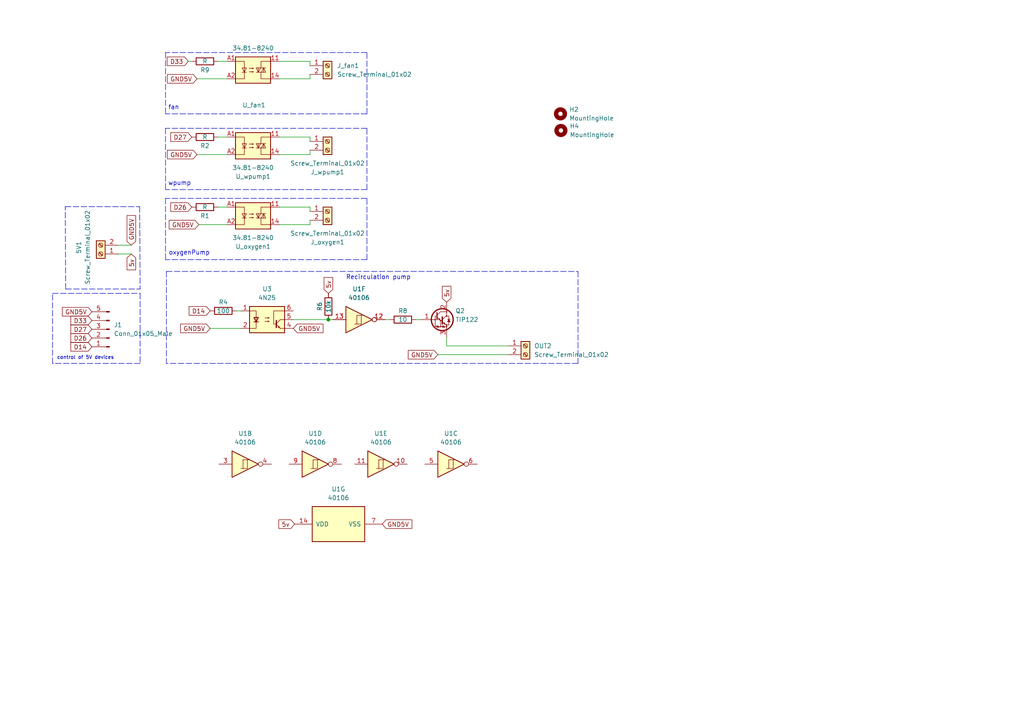
<source format=kicad_sch>
(kicad_sch (version 20211123) (generator eeschema)
  (paper "A4")
  (lib_symbols
    (symbol "4xxx:40106" (pin_names (offset 1.016))
      (property "Reference" "U" (at 0 1.27 0))
      (property "Value" "40106" (at 0 -1.27 0))
      (symbol "40106_1_0"
        (polyline (pts (xy -0.635 -1.27) (xy -0.635 1.27) (xy 0.635 1.27)))
        (polyline (pts (xy -3.81 3.81) (xy -3.81 -3.81) (xy 3.81 0) (xy -3.81 3.81)) (stroke (width 0.254)) (fill (type background)))
        (polyline (pts (xy -1.27 -1.27) (xy 0.635 -1.27) (xy 0.635 1.27) (xy 1.27 1.27)))
        (pin input line (at -7.62 0 0) (length 3.81) (name "~") (number "1"))
        (pin output inverted (at 7.62 0 180) (length 3.81) (name "~") (number "2"))
      )
      (symbol "40106_2_0"
        (polyline (pts (xy -0.635 -1.27) (xy -0.635 1.27) (xy 0.635 1.27)))
        (polyline (pts (xy -3.81 3.81) (xy -3.81 -3.81) (xy 3.81 0) (xy -3.81 3.81)) (stroke (width 0.254)) (fill (type background)))
        (polyline (pts (xy -1.27 -1.27) (xy 0.635 -1.27) (xy 0.635 1.27) (xy 1.27 1.27)))
        (pin input line (at -7.62 0 0) (length 3.81) (name "~") (number "3"))
        (pin output inverted (at 7.62 0 180) (length 3.81) (name "~") (number "4"))
      )
      (symbol "40106_3_0"
        (polyline (pts (xy -0.635 -1.27) (xy -0.635 1.27) (xy 0.635 1.27)))
        (polyline (pts (xy -3.81 3.81) (xy -3.81 -3.81) (xy 3.81 0) (xy -3.81 3.81)) (stroke (width 0.254)) (fill (type background)))
        (polyline (pts (xy -1.27 -1.27) (xy 0.635 -1.27) (xy 0.635 1.27) (xy 1.27 1.27)))
        (pin input line (at -7.62 0 0) (length 3.81) (name "~") (number "5"))
        (pin output inverted (at 7.62 0 180) (length 3.81) (name "~") (number "6"))
      )
      (symbol "40106_4_0"
        (polyline (pts (xy -0.635 -1.27) (xy -0.635 1.27) (xy 0.635 1.27)))
        (polyline (pts (xy -3.81 3.81) (xy -3.81 -3.81) (xy 3.81 0) (xy -3.81 3.81)) (stroke (width 0.254)) (fill (type background)))
        (polyline (pts (xy -1.27 -1.27) (xy 0.635 -1.27) (xy 0.635 1.27) (xy 1.27 1.27)))
        (pin output inverted (at 7.62 0 180) (length 3.81) (name "~") (number "8"))
        (pin input line (at -7.62 0 0) (length 3.81) (name "~") (number "9"))
      )
      (symbol "40106_5_0"
        (polyline (pts (xy -0.635 -1.27) (xy -0.635 1.27) (xy 0.635 1.27)))
        (polyline (pts (xy -3.81 3.81) (xy -3.81 -3.81) (xy 3.81 0) (xy -3.81 3.81)) (stroke (width 0.254)) (fill (type background)))
        (polyline (pts (xy -1.27 -1.27) (xy 0.635 -1.27) (xy 0.635 1.27) (xy 1.27 1.27)))
        (pin output inverted (at 7.62 0 180) (length 3.81) (name "~") (number "10"))
        (pin input line (at -7.62 0 0) (length 3.81) (name "~") (number "11"))
      )
      (symbol "40106_6_0"
        (polyline (pts (xy -0.635 -1.27) (xy -0.635 1.27) (xy 0.635 1.27)))
        (polyline (pts (xy -3.81 3.81) (xy -3.81 -3.81) (xy 3.81 0) (xy -3.81 3.81)) (stroke (width 0.254)) (fill (type background)))
        (polyline (pts (xy -1.27 -1.27) (xy 0.635 -1.27) (xy 0.635 1.27) (xy 1.27 1.27)))
        (pin output inverted (at 7.62 0 180) (length 3.81) (name "~") (number "12"))
        (pin input line (at -7.62 0 0) (length 3.81) (name "~") (number "13"))
      )
      (symbol "40106_7_0"
        (pin power_in line (at 0 12.7 270) (length 5.08) (name "VDD") (number "14"))
        (pin power_in line (at 0 -12.7 90) (length 5.08) (name "VSS") (number "7"))
      )
      (symbol "40106_7_1"
        (rectangle (start -5.08 7.62) (end 5.08 -7.62) (stroke (width 0.254)) (fill (type background)))
      )
    )
    (symbol "Connector:Conn_01x05_Male" (pin_names (offset 1.016) hide)
      (property "Reference" "J" (at 0 7.62 0))
      (property "Value" "Conn_01x05_Male" (at 0 -7.62 0))
      (symbol "Conn_01x05_Male_1_1"
        (polyline (pts (xy 1.27 -5.08) (xy 0.8636 -5.08)) (stroke (width 0.1524)))
        (polyline (pts (xy 1.27 -2.54) (xy 0.8636 -2.54)) (stroke (width 0.1524)))
        (polyline (pts (xy 1.27 0) (xy 0.8636 0)) (stroke (width 0.1524)))
        (polyline (pts (xy 1.27 2.54) (xy 0.8636 2.54)) (stroke (width 0.1524)))
        (polyline (pts (xy 1.27 5.08) (xy 0.8636 5.08)) (stroke (width 0.1524)))
        (rectangle (start 0.8636 -4.953) (end 0 -5.207) (stroke (width 0.1524)) (fill (type outline)))
        (rectangle (start 0.8636 -2.413) (end 0 -2.667) (stroke (width 0.1524)) (fill (type outline)))
        (rectangle (start 0.8636 0.127) (end 0 -0.127) (stroke (width 0.1524)) (fill (type outline)))
        (rectangle (start 0.8636 2.667) (end 0 2.413) (stroke (width 0.1524)) (fill (type outline)))
        (rectangle (start 0.8636 5.207) (end 0 4.953) (stroke (width 0.1524)) (fill (type outline)))
        (pin passive line (at 5.08 5.08 180) (length 3.81) (name "Pin_1") (number "1"))
        (pin passive line (at 5.08 2.54 180) (length 3.81) (name "Pin_2") (number "2"))
        (pin passive line (at 5.08 0 180) (length 3.81) (name "Pin_3") (number "3"))
        (pin passive line (at 5.08 -2.54 180) (length 3.81) (name "Pin_4") (number "4"))
        (pin passive line (at 5.08 -5.08 180) (length 3.81) (name "Pin_5") (number "5"))
      )
    )
    (symbol "Connector:Screw_Terminal_01x02" (pin_names (offset 1.016) hide)
      (property "Reference" "J" (at 0 2.54 0))
      (property "Value" "Screw_Terminal_01x02" (at 0 -5.08 0))
      (symbol "Screw_Terminal_01x02_1_1"
        (rectangle (start -1.27 1.27) (end 1.27 -3.81) (stroke (width 0.254)) (fill (type background)))
        (circle (center 0 -2.54) (radius 0.635) (stroke (width 0.1524)))
        (polyline (pts (xy -0.5334 -2.2098) (xy 0.3302 -3.048)) (stroke (width 0.1524)))
        (polyline (pts (xy -0.5334 0.3302) (xy 0.3302 -0.508)) (stroke (width 0.1524)))
        (polyline (pts (xy -0.3556 -2.032) (xy 0.508 -2.8702)) (stroke (width 0.1524)))
        (polyline (pts (xy -0.3556 0.508) (xy 0.508 -0.3302)) (stroke (width 0.1524)))
        (circle (center 0 0) (radius 0.635) (stroke (width 0.1524)))
        (pin passive line (at -5.08 0 0) (length 3.81) (name "Pin_1") (number "1"))
        (pin passive line (at -5.08 -2.54 0) (length 3.81) (name "Pin_2") (number "2"))
      )
    )
    (symbol "Device:R" (pin_numbers hide) (pin_names (offset 0))
      (property "Reference" "R" (at 2.032 0 90))
      (property "Value" "R" (at 0 0 90))
      (symbol "R_0_1"
        (rectangle (start -1.016 -2.54) (end 1.016 2.54) (stroke (width 0.254)))
      )
      (symbol "R_1_1"
        (pin passive line (at 0 3.81 270) (length 1.27) (name "~") (number "1"))
        (pin passive line (at 0 -3.81 90) (length 1.27) (name "~") (number "2"))
      )
    )
    (symbol "Isolator:4N25" (pin_names (offset 1.016))
      (property "Reference" "U" (at -5.08 5.08 0))
      (property "Value" "4N25" (at 0 5.08 0))
      (symbol "4N25_0_1"
        (rectangle (start -5.08 3.81) (end 5.08 -3.81) (stroke (width 0.254)) (fill (type background)))
        (polyline (pts (xy -3.81 -0.635) (xy -2.54 -0.635)) (stroke (width 0.254)))
        (polyline (pts (xy 2.667 -1.397) (xy 3.81 -2.54)))
        (polyline (pts (xy 2.667 -1.143) (xy 3.81 0)))
        (polyline (pts (xy 3.81 -2.54) (xy 5.08 -2.54)))
        (polyline (pts (xy 3.81 0) (xy 5.08 0)))
        (polyline (pts (xy 2.667 -0.254) (xy 2.667 -2.286) (xy 2.667 -2.286)) (stroke (width 0.3556)))
        (polyline (pts (xy -5.08 -2.54) (xy -3.175 -2.54) (xy -3.175 2.54) (xy -5.08 2.54)))
        (polyline (pts (xy -3.175 -0.635) (xy -3.81 0.635) (xy -2.54 0.635) (xy -3.175 -0.635)) (stroke (width 0.254)))
        (polyline (pts (xy 3.683 -2.413) (xy 3.429 -1.905) (xy 3.175 -2.159) (xy 3.683 -2.413)))
        (polyline (pts (xy 5.08 2.54) (xy 1.905 2.54) (xy 1.905 -1.27) (xy 2.54 -1.27)))
        (polyline (pts (xy -0.635 -0.508) (xy 0.635 -0.508) (xy 0.254 -0.635) (xy 0.254 -0.381) (xy 0.635 -0.508)))
        (polyline (pts (xy -0.635 0.508) (xy 0.635 0.508) (xy 0.254 0.381) (xy 0.254 0.635) (xy 0.635 0.508)))
      )
      (symbol "4N25_1_1"
        (pin passive line (at -7.62 2.54 0) (length 2.54) (name "~") (number "1"))
        (pin passive line (at -7.62 -2.54 0) (length 2.54) (name "~") (number "2"))
        (pin no_connect line (at -5.08 0 0) (length 2.54) hide (name "NC") (number "3"))
        (pin passive line (at 7.62 -2.54 180) (length 2.54) (name "~") (number "4"))
        (pin passive line (at 7.62 0 180) (length 2.54) (name "~") (number "5"))
        (pin passive line (at 7.62 2.54 180) (length 2.54) (name "~") (number "6"))
      )
    )
    (symbol "Mechanical:MountingHole" (pin_names (offset 1.016))
      (property "Reference" "H" (at 0 5.08 0))
      (property "Value" "MountingHole" (at 0 3.175 0))
      (symbol "MountingHole_0_1"
        (circle (center 0 0) (radius 1.27) (stroke (width 1.27)))
      )
    )
    (symbol "Relay_SolidState:34.81-8240"
      (property "Reference" "U" (at -5.08 5.08 0))
      (property "Value" "34.81-8240" (at 0 5.08 0))
      (symbol "34.81-8240_0_1"
        (rectangle (start -5.08 3.81) (end 5.08 -3.81) (stroke (width 0.254)) (fill (type background)))
        (polyline (pts (xy -3.175 -0.635) (xy -1.905 -0.635)))
        (polyline (pts (xy 1.524 -0.635) (xy 1.524 0.635)))
        (polyline (pts (xy 3.048 0.635) (xy 3.048 -0.635)))
        (polyline (pts (xy 2.286 -0.635) (xy 2.286 -2.54) (xy 5.08 -2.54)))
        (polyline (pts (xy 2.286 0.635) (xy 2.286 2.54) (xy 5.08 2.54)))
        (polyline (pts (xy -5.08 2.54) (xy -2.54 2.54) (xy -2.54 -2.54) (xy -5.08 -2.54)))
        (polyline (pts (xy -2.54 -0.635) (xy -3.175 0.635) (xy -1.905 0.635) (xy -2.54 -0.635)))
        (polyline (pts (xy 0.889 -0.635) (xy 3.683 -0.635) (xy 3.048 0.635) (xy 2.413 -0.635)))
        (polyline (pts (xy 3.683 0.635) (xy 0.889 0.635) (xy 1.524 -0.635) (xy 2.159 0.635)))
        (polyline (pts (xy -1.143 -0.508) (xy 0.127 -0.508) (xy -0.254 -0.635) (xy -0.254 -0.381) (xy 0.127 -0.508)))
        (polyline (pts (xy -1.143 0.508) (xy 0.127 0.508) (xy -0.254 0.381) (xy -0.254 0.635) (xy 0.127 0.508)))
      )
      (symbol "34.81-8240_1_1"
        (pin passive line (at 7.62 2.54 180) (length 2.54) (name "~") (number "11"))
        (pin passive line (at 7.62 -2.54 180) (length 2.54) (name "~") (number "14"))
        (pin passive line (at -7.62 2.54 0) (length 2.54) (name "~") (number "A1"))
        (pin passive line (at -7.62 -2.54 0) (length 2.54) (name "~") (number "A2"))
      )
    )
    (symbol "Transistor_BJT:TIP122" (pin_names (offset 0) hide)
      (property "Reference" "Q" (at 5.08 1.905 0))
      (property "Value" "TIP122" (at 5.08 0 0))
      (symbol "TIP122_0_1"
        (circle (center -0.762 0) (radius 0.127))
        (polyline (pts (xy -1.27 0) (xy -0.889 0)))
        (polyline (pts (xy 2.54 -2.032) (xy 2.54 -2.54)))
        (polyline (pts (xy 2.54 -1.524) (xy 3.175 -1.524)))
        (polyline (pts (xy 2.794 0.127) (xy 3.556 0.127)))
        (polyline (pts (xy 3.175 -0.635) (xy 3.175 -1.524)))
        (polyline (pts (xy 3.175 1.016) (xy 2.54 1.016)))
        (polyline (pts (xy 3.175 1.016) (xy 3.175 0.127)))
        (polyline (pts (xy -0.254 0.762) (xy 0.762 -0.254) (xy 1.27 -0.254)))
        (polyline (pts (xy -0.254 1.016) (xy -0.762 1.016) (xy -0.762 -2.032)))
        (polyline (pts (xy -0.254 1.27) (xy 0.762 2.286) (xy 2.54 2.286)))
        (polyline (pts (xy -0.254 2.032) (xy -0.254 0) (xy -0.254 0)) (stroke (width 0.3048)))
        (polyline (pts (xy 1.27 0.762) (xy 1.27 -1.27) (xy 1.27 -1.27)) (stroke (width 0.381)))
        (polyline (pts (xy 0.635 -0.127) (xy 0.381 0.381) (xy 0.127 0.127) (xy 0.635 -0.127)))
        (polyline (pts (xy 1.27 -0.508) (xy 2.286 -1.524) (xy 2.54 -1.524) (xy 2.54 -2.032)))
        (polyline (pts (xy 1.27 0) (xy 2.286 1.016) (xy 2.54 1.016) (xy 2.54 2.286)))
        (polyline (pts (xy 2.159 -1.397) (xy 1.905 -0.889) (xy 1.651 -1.143) (xy 2.159 -1.397)))
        (polyline (pts (xy 3.175 0.127) (xy 2.794 -0.635) (xy 3.556 -0.635) (xy 3.175 0.127)) (fill (type outline)))
        (polyline (pts (xy 0.762 -2.032) (xy 0.381 -2.032) (xy 0.254 -2.286) (xy 0.127 -1.778) (xy 0 -2.286) (xy -0.127 -1.778) (xy -0.254 -2.286) (xy -0.381 -1.778) (xy -0.508 -2.032) (xy -0.762 -2.032)))
        (polyline (pts (xy 0.762 -0.254) (xy 0.762 -2.032) (xy 1.143 -2.032) (xy 1.27 -1.778) (xy 1.397 -2.286) (xy 1.524 -1.778) (xy 1.651 -2.286) (xy 1.778 -1.778) (xy 1.905 -2.286) (xy 2.032 -2.032) (xy 2.54 -2.032)))
        (circle (center 0.762 -2.032) (radius 0.127))
        (circle (center 0.762 -0.254) (radius 0.127))
        (circle (center 1.27 0) (radius 3.175) (stroke (width 0.3556)))
        (circle (center 2.54 -2.032) (radius 0.127))
        (circle (center 2.54 -1.524) (radius 0.127))
        (circle (center 2.54 1.016) (radius 0.127))
        (circle (center 2.54 2.286) (radius 0.127))
      )
      (symbol "TIP122_1_1"
        (pin input line (at -5.08 0 0) (length 3.81) (name "B") (number "1"))
        (pin passive line (at 2.54 5.08 270) (length 2.667) (name "C") (number "2"))
        (pin passive line (at 2.54 -5.08 90) (length 2.54) (name "E") (number "3"))
      )
    )
  )
  (junction (at 95.25 92.71))
  (wire (pts (xy 38.1 71.12) (xy 34.29 71.12)))
  (wire (pts (xy 38.1 73.66) (xy 34.29 73.66)))
  (wire (pts (xy 54.61 17.78) (xy 55.626 17.78)))
  (wire (pts (xy 81.026 60.071) (xy 89.916 60.071)))
  (polyline (pts (xy 106.426 15.24) (xy 48.006 15.24)))
  (wire (pts (xy 65.786 60.071) (xy 63.246 60.071)))
  (wire (pts (xy 81.026 22.86) (xy 89.916 22.86)))
  (wire (pts (xy 57.15 22.86) (xy 65.786 22.86)))
  (wire (pts (xy 129.54 100.33) (xy 147.32 100.33)))
  (polyline (pts (xy 106.426 33.02) (xy 48.006 33.02)))
  (polyline (pts (xy 106.426 75.311) (xy 106.426 57.531)))
  (wire (pts (xy 111.76 92.71) (xy 113.03 92.71)))
  (polyline (pts (xy 167.64 78.74) (xy 167.64 105.41)))
  (polyline (pts (xy 106.426 57.531) (xy 48.006 57.531)))
  (polyline (pts (xy 40.513 59.944) (xy 40.64 83.82)))
  (polyline (pts (xy 106.426 37.211) (xy 48.006 37.211)))
  (wire (pts (xy 95.25 92.71) (xy 96.52 92.71)))
  (wire (pts (xy 89.916 17.78) (xy 89.916 19.05)))
  (wire (pts (xy 81.026 65.151) (xy 89.916 65.151)))
  (wire (pts (xy 81.026 17.78) (xy 89.916 17.78)))
  (polyline (pts (xy 48.006 57.531) (xy 48.006 75.311)))
  (wire (pts (xy 89.916 22.86) (xy 89.916 21.59)))
  (polyline (pts (xy 18.923 59.944) (xy 40.513 59.944)))
  (polyline (pts (xy 19.05 83.82) (xy 40.64 83.82)))
  (polyline (pts (xy 48.26 78.74) (xy 48.26 105.41)))
  (wire (pts (xy 68.58 90.17) (xy 69.85 90.17)))
  (polyline (pts (xy 15.24 85.09) (xy 40.64 85.09)))
  (polyline (pts (xy 40.64 85.09) (xy 40.64 105.41)))
  (polyline (pts (xy 106.426 75.311) (xy 48.006 75.311)))
  (wire (pts (xy 120.65 92.71) (xy 121.92 92.71)))
  (wire (pts (xy 89.916 65.151) (xy 89.916 63.881)))
  (wire (pts (xy 89.916 39.751) (xy 89.916 41.021)))
  (wire (pts (xy 60.96 95.25) (xy 69.85 95.25)))
  (polyline (pts (xy 40.64 105.41) (xy 15.24 105.41)))
  (wire (pts (xy 57.15 44.831) (xy 65.786 44.831)))
  (polyline (pts (xy 48.26 78.74) (xy 167.64 78.74)))
  (polyline (pts (xy 167.64 105.41) (xy 48.26 105.41)))
  (wire (pts (xy 127 102.87) (xy 147.32 102.87)))
  (wire (pts (xy 85.09 92.71) (xy 95.25 92.71)))
  (wire (pts (xy 129.54 97.79) (xy 129.54 100.33)))
  (polyline (pts (xy 48.006 37.211) (xy 48.006 54.991)))
  (polyline (pts (xy 19.05 83.82) (xy 18.923 59.944)))
  (wire (pts (xy 81.026 44.831) (xy 89.916 44.831)))
  (polyline (pts (xy 106.426 33.02) (xy 106.426 15.24)))
  (polyline (pts (xy 48.006 15.24) (xy 48.006 33.02)))
  (polyline (pts (xy 106.426 54.991) (xy 106.426 37.211)))
  (wire (pts (xy 89.916 44.831) (xy 89.916 43.561)))
  (wire (pts (xy 65.786 39.751) (xy 63.246 39.751)))
  (polyline (pts (xy 106.426 54.991) (xy 48.006 54.991)))
  (polyline (pts (xy 15.24 105.41) (xy 15.24 85.09)))
  (wire (pts (xy 57.658 65.151) (xy 65.786 65.151)))
  (wire (pts (xy 81.026 39.751) (xy 89.916 39.751)))
  (wire (pts (xy 65.786 17.78) (xy 63.246 17.78)))
  (wire (pts (xy 89.916 60.071) (xy 89.916 61.341)))
  (text "fan" (at 48.768 32.004 0) (effects (font (size 1.27 1.27)) (justify left bottom)))
  (text "control of 5V devices " (at 16.51 104.394 0) (effects (font (size 1 1)) (justify left bottom)))
  (text "wpump" (at 48.768 53.975 0) (effects (font (size 1.27 1.27)) (justify left bottom)))
  (text "oxygenPump" (at 48.895 74.168 0) (effects (font (size 1.27 1.27)) (justify left bottom)))
  (text "Recirculation pump" (at 100.33 81.28 0) (effects (font (size 1.27 1.27)) (justify left bottom)))
  (global_label "GND5V" (shape input) (at 85.09 95.25 0) (property "Intersheet References" "${INTERSHEET_REFS}" (effects hide)))
  (global_label "5v" (shape input) (at 38.1 73.66 270) (property "Intersheet References" "${INTERSHEET_REFS}" (effects hide)))
  (global_label "GND5V" (shape input) (at 127 102.87 180) (property "Intersheet References" "${INTERSHEET_REFS}" (effects hide)))
  (global_label "5v" (shape input) (at 129.54 87.63 90) (property "Intersheet References" "${INTERSHEET_REFS}" (effects hide)))
  (global_label "GND5V" (shape input) (at 60.96 95.25 180) (property "Intersheet References" "${INTERSHEET_REFS}" (effects hide)))
  (global_label "GND5V" (shape input) (at 57.15 22.86 180) (property "Intersheet References" "${INTERSHEET_REFS}" (effects hide)))
  (global_label "5v" (shape input) (at 85.471 152.019 180) (property "Intersheet References" "${INTERSHEET_REFS}" (effects hide)))
  (global_label "5v" (shape input) (at 95.25 85.09 90) (property "Intersheet References" "${INTERSHEET_REFS}" (effects hide)))
  (global_label "D33" (shape input) (at 54.61 17.78 180) (property "Intersheet References" "${INTERSHEET_REFS}" (effects hide)))
  (global_label "D33" (shape input) (at 26.67 92.964 180) (property "Intersheet References" "${INTERSHEET_REFS}" (effects hide)))
  (global_label "D14" (shape input) (at 26.67 100.584 180) (property "Intersheet References" "${INTERSHEET_REFS}" (effects hide)))
  (global_label "GND5V" (shape input) (at 38.1 71.12 90) (property "Intersheet References" "${INTERSHEET_REFS}" (effects hide)))
  (global_label "GND5V" (shape input) (at 110.871 152.019 0) (property "Intersheet References" "${INTERSHEET_REFS}" (effects hide)))
  (global_label "GND5V" (shape input) (at 26.67 90.424 180) (property "Intersheet References" "${INTERSHEET_REFS}" (effects hide)))
  (global_label "D27" (shape input) (at 26.67 95.504 180) (property "Intersheet References" "${INTERSHEET_REFS}" (effects hide)))
  (global_label "GND5V" (shape input) (at 57.658 65.151 180) (property "Intersheet References" "${INTERSHEET_REFS}" (effects hide)))
  (global_label "GND5V" (shape input) (at 57.15 44.831 180) (property "Intersheet References" "${INTERSHEET_REFS}" (effects hide)))
  (global_label "D26" (shape input) (at 26.67 98.044 180) (property "Intersheet References" "${INTERSHEET_REFS}" (effects hide)))
  (global_label "D27" (shape input) (at 55.626 39.751 180) (property "Intersheet References" "${INTERSHEET_REFS}" (effects hide)))
  (global_label "D14" (shape input) (at 60.96 90.17 180) (property "Intersheet References" "${INTERSHEET_REFS}" (effects hide)))
  (global_label "D26" (shape input) (at 55.626 60.071 180) (property "Intersheet References" "${INTERSHEET_REFS}" (effects hide)))
  (symbol (lib_id "Device:R") (at 59.436 39.751 270) (unit 1)
    (property "Reference" "R2" (at 59.436 42.291 90))
    (property "Value" "R" (at 59.436 39.751 90))
    (property "Footprint" "Resistor_THT:R_Axial_DIN0204_L3.6mm_D1.6mm_P5.08mm_Vertical" (effects hide))
  )
  (symbol (lib_id "4xxx:40106") (at 98.171 152.019 90) (unit 7)
    (property "Reference" "U1" (at 98.171 141.859 90))
    (property "Value" "40106" (at 98.171 144.399 90))
    (property "Footprint" "Package_DIP:DIP-14_W7.62mm" (effects hide))
    (property "Datasheet" "https://assets.nexperia.com/documents/data-sheet/HEF40106B.pdf" (effects hide))
  )
  (symbol (lib_id "4xxx:40106") (at 110.49 134.62 0) (unit 5)
    (property "Reference" "U1" (at 110.49 125.73 0))
    (property "Value" "40106" (at 110.49 128.27 0))
    (property "Footprint" "Package_DIP:DIP-14_W7.62mm" (effects hide))
    (property "Datasheet" "https://assets.nexperia.com/documents/data-sheet/HEF40106B.pdf" (effects hide))
  )
  (symbol (lib_id "Device:R") (at 95.25 88.9 180) (unit 1)
    (property "Reference" "R6" (at 92.71 88.9 90))
    (property "Value" "10k" (at 95.25 88.9 90))
    (property "Footprint" "Resistor_THT:R_Axial_DIN0204_L3.6mm_D1.6mm_P2.54mm_Vertical" (effects hide))
  )
  (symbol (lib_id "Connector:Conn_01x05_Male") (at 31.75 95.504 180) (unit 1)
    (property "Reference" "J1" (at 33.02 94.2339 0) (effects (justify right)))
    (property "Value" "Conn_01x05_Male" (at 33.02 96.7739 0) (effects (justify right)))
    (property "Footprint" "Connector_JST:JST_EH_B5B-EH-A_1x05_P2.50mm_Vertical" (effects hide))
  )
  (symbol (lib_id "4xxx:40106") (at 104.14 92.71 0) (unit 6)
    (property "Reference" "U1" (at 104.14 83.82 0))
    (property "Value" "40106" (at 104.14 86.36 0))
    (property "Footprint" "Package_DIP:DIP-14_W7.62mm" (effects hide))
    (property "Datasheet" "https://assets.nexperia.com/documents/data-sheet/HEF40106B.pdf" (effects hide))
  )
  (symbol (lib_id "4xxx:40106") (at 130.81 134.62 0) (unit 3)
    (property "Reference" "U1" (at 130.81 125.73 0))
    (property "Value" "40106" (at 130.81 128.27 0))
    (property "Footprint" "Package_DIP:DIP-14_W7.62mm" (effects hide))
    (property "Datasheet" "https://assets.nexperia.com/documents/data-sheet/HEF40106B.pdf" (effects hide))
  )
  (symbol (lib_id "Device:R") (at 59.436 17.78 270) (unit 1)
    (property "Reference" "R9" (at 59.436 20.32 90))
    (property "Value" "R" (at 59.436 17.78 90))
    (property "Footprint" "Resistor_THT:R_Axial_DIN0204_L3.6mm_D1.6mm_P5.08mm_Vertical" (effects hide))
  )
  (symbol (lib_id "Transistor_BJT:TIP122") (at 127 92.71 0) (unit 1)
    (property "Reference" "Q2" (at 132.08 90.17 0) (effects (justify left)))
    (property "Value" "TIP122" (at 132.08 92.71 0) (effects (justify left)))
    (property "Footprint" "Package_TO_SOT_THT:TO-220-3_Vertical" (effects hide))
    (property "Datasheet" "https://www.onsemi.com/pub/Collateral/TIP120-D.PDF" (effects hide))
  )
  (symbol (lib_id "Mechanical:MountingHole") (at 162.687 37.846 0) (unit 1)
    (property "Reference" "H4" (at 165.227 36.5759 0) (effects (justify left)))
    (property "Value" "MountingHole" (at 165.227 39.1159 0) (effects (justify left)))
    (property "Footprint" "MountingHole:MountingHole_3.2mm_M3_DIN965_Pad" (effects hide))
  )
  (symbol (lib_id "Connector:Screw_Terminal_01x02") (at 94.996 41.021 0) (unit 1)
    (property "Reference" "J_wpump1" (at 94.996 49.911 0))
    (property "Value" "Screw_Terminal_01x02" (at 94.996 47.371 0))
    (property "Footprint" "TerminalBlock:TerminalBlock_Altech_AK300-2_P5.00mm" (effects hide))
  )
  (symbol (lib_id "Connector:Screw_Terminal_01x02") (at 29.21 73.66 180) (unit 1)
    (property "Reference" "5V1" (at 22.86 73.66 90) (effects (justify right)))
    (property "Value" "Screw_Terminal_01x02" (at 25.4 82.55 90) (effects (justify right)))
    (property "Footprint" "TerminalBlock:TerminalBlock_Altech_AK300-2_P5.00mm" (effects hide))
  )
  (symbol (lib_id "Mechanical:MountingHole") (at 162.56 33.02 0) (unit 1)
    (property "Reference" "H2" (at 165.1 31.7499 0) (effects (justify left)))
    (property "Value" "MountingHole" (at 165.1 34.2899 0) (effects (justify left)))
    (property "Footprint" "MountingHole:MountingHole_3.2mm_M3_DIN965_Pad" (effects hide))
  )
  (symbol (lib_id "Relay_SolidState:34.81-8240") (at 73.406 42.291 0) (unit 1)
    (property "Reference" "U_wpump1" (at 73.406 51.181 0))
    (property "Value" "34.81-8240" (at 73.406 48.641 0))
    (property "Footprint" "smart_sensor:G3MB-202P" (effects hide))
    (property "Datasheet" "https://gfinder.findernet.com/public/attachments/34/EN/S34USAEN.pdf" (effects hide))
  )
  (symbol (lib_id "Device:R") (at 59.436 60.071 270) (unit 1)
    (property "Reference" "R1" (at 59.436 62.611 90))
    (property "Value" "R" (at 59.436 60.071 90))
    (property "Footprint" "Resistor_THT:R_Axial_DIN0204_L3.6mm_D1.6mm_P5.08mm_Vertical" (effects hide))
  )
  (symbol (lib_id "Device:R") (at 116.84 92.71 90) (unit 1)
    (property "Reference" "R8" (at 116.84 90.17 90))
    (property "Value" "10" (at 116.84 92.71 90))
    (property "Footprint" "Resistor_THT:R_Axial_DIN0204_L3.6mm_D1.6mm_P2.54mm_Vertical" (effects hide))
  )
  (symbol (lib_id "Isolator:4N25") (at 77.47 92.71 0) (unit 1)
    (property "Reference" "U3" (at 77.47 83.82 0))
    (property "Value" "4N25" (at 77.47 86.36 0))
    (property "Footprint" "Package_DIP:DIP-6_W7.62mm" (effects hide))
    (property "Datasheet" "https://www.vishay.com/docs/83725/4n25.pdf" (effects hide))
  )
  (symbol (lib_id "Relay_SolidState:34.81-8240") (at 73.406 62.611 0) (unit 1)
    (property "Reference" "U_oxygen1" (at 73.406 71.501 0))
    (property "Value" "34.81-8240" (at 73.406 68.961 0))
    (property "Footprint" "smart_sensor:G3MB-202P" (effects hide))
    (property "Datasheet" "https://gfinder.findernet.com/public/attachments/34/EN/S34USAEN.pdf" (effects hide))
  )
  (symbol (lib_id "Connector:Screw_Terminal_01x02") (at 152.4 100.33 0) (unit 1)
    (property "Reference" "OUT2" (at 154.94 100.3299 0) (effects (justify left)))
    (property "Value" "Screw_Terminal_01x02" (at 154.94 102.8699 0) (effects (justify left)))
    (property "Footprint" "TerminalBlock:TerminalBlock_Altech_AK300-2_P5.00mm" (effects hide))
  )
  (symbol (lib_id "Device:R") (at 64.77 90.17 90) (unit 1)
    (property "Reference" "R4" (at 64.77 87.63 90))
    (property "Value" "100" (at 64.77 90.17 90))
    (property "Footprint" "Resistor_THT:R_Axial_DIN0204_L3.6mm_D1.6mm_P2.54mm_Vertical" (effects hide))
  )
  (symbol (lib_id "Connector:Screw_Terminal_01x02") (at 94.996 61.341 0) (unit 1)
    (property "Reference" "J_oxygen1" (at 94.996 70.231 0))
    (property "Value" "Screw_Terminal_01x02" (at 94.996 67.691 0))
    (property "Footprint" "TerminalBlock:TerminalBlock_Altech_AK300-2_P5.00mm" (effects hide))
  )
  (symbol (lib_id "4xxx:40106") (at 71.12 134.62 0) (unit 2)
    (property "Reference" "U1" (at 71.12 125.73 0))
    (property "Value" "40106" (at 71.12 128.27 0))
    (property "Footprint" "Package_DIP:DIP-14_W7.62mm" (effects hide))
    (property "Datasheet" "https://assets.nexperia.com/documents/data-sheet/HEF40106B.pdf" (effects hide))
  )
  (symbol (lib_id "Relay_SolidState:34.81-8240") (at 73.406 20.32 0) (unit 1)
    (property "Reference" "U_fan1" (at 73.66 30.48 0))
    (property "Value" "34.81-8240" (at 73.406 13.97 0))
    (property "Footprint" "smart_sensor:G3MB-202P" (effects hide))
    (property "Datasheet" "https://gfinder.findernet.com/public/attachments/34/EN/S34USAEN.pdf" (effects hide))
  )
  (symbol (lib_id "Connector:Screw_Terminal_01x02") (at 94.996 19.05 0) (unit 1)
    (property "Reference" "J_fan1" (at 97.79 19.0499 0) (effects (justify left)))
    (property "Value" "Screw_Terminal_01x02" (at 97.79 21.5899 0) (effects (justify left)))
    (property "Footprint" "TerminalBlock:TerminalBlock_Altech_AK300-2_P5.00mm" (effects hide))
  )
  (symbol (lib_id "4xxx:40106") (at 91.44 134.62 0) (unit 4)
    (property "Reference" "U1" (at 91.44 125.73 0))
    (property "Value" "40106" (at 91.44 128.27 0))
    (property "Footprint" "Package_DIP:DIP-14_W7.62mm" (effects hide))
    (property "Datasheet" "https://assets.nexperia.com/documents/data-sheet/HEF40106B.pdf" (effects hide))
  )
)
</source>
